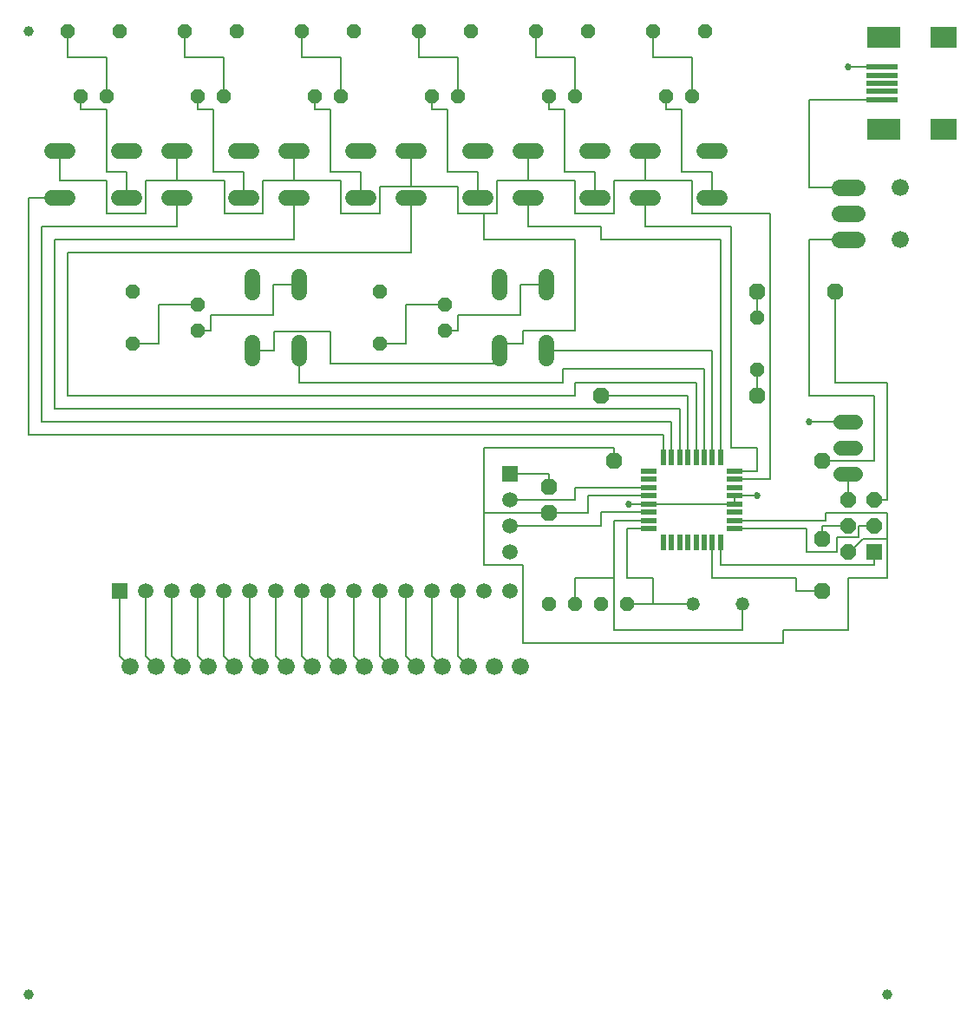
<source format=gtl>
G04 EAGLE Gerber RS-274X export*
G75*
%MOMM*%
%FSLAX34Y34*%
%LPD*%
%INTop Copper*%
%IPPOS*%
%AMOC8*
5,1,8,0,0,1.08239X$1,22.5*%
G01*
%ADD10C,1.676400*%
%ADD11R,1.508000X1.508000*%
%ADD12C,1.508000*%
%ADD13R,1.600000X0.550000*%
%ADD14R,0.550000X1.600000*%
%ADD15P,1.649562X8X112.500000*%
%ADD16R,1.524000X1.524000*%
%ADD17P,1.429621X8X202.500000*%
%ADD18P,1.429621X8X22.500000*%
%ADD19P,1.429621X8X292.500000*%
%ADD20R,2.500000X2.000000*%
%ADD21R,3.300000X2.000000*%
%ADD22R,3.100000X0.500000*%
%ADD23P,1.732040X8X292.500000*%
%ADD24C,1.320800*%
%ADD25P,1.732040X8X22.500000*%
%ADD26C,1.422400*%
%ADD27P,1.732040X8X202.500000*%
%ADD28C,1.650000*%
%ADD29P,1.429621X8X112.500000*%
%ADD30C,1.524000*%
%ADD31C,1.000000*%
%ADD32C,0.203200*%
%ADD33C,0.685800*%


D10*
X124500Y345500D03*
X149900Y345500D03*
X175300Y345500D03*
X200700Y345500D03*
X226100Y345500D03*
X251500Y345500D03*
X276900Y345500D03*
X302300Y345500D03*
X327700Y345500D03*
X353100Y345500D03*
X378500Y345500D03*
X403900Y345500D03*
X429300Y345500D03*
X454700Y345500D03*
X480100Y345500D03*
X505500Y345500D03*
D11*
X114300Y419100D03*
D12*
X139700Y419100D03*
X165100Y419100D03*
X190500Y419100D03*
X215900Y419100D03*
X241300Y419100D03*
X266700Y419100D03*
X292100Y419100D03*
X317500Y419100D03*
X342900Y419100D03*
X368300Y419100D03*
X393700Y419100D03*
X419100Y419100D03*
X444500Y419100D03*
X469900Y419100D03*
X495300Y419100D03*
D11*
X495300Y533400D03*
D12*
X495300Y508000D03*
X495300Y482600D03*
X495300Y457200D03*
D13*
X631300Y536000D03*
X631300Y528000D03*
X631300Y520000D03*
X631300Y512000D03*
X631300Y504000D03*
X631300Y496000D03*
X631300Y488000D03*
X631300Y480000D03*
D14*
X645100Y466200D03*
X653100Y466200D03*
X661100Y466200D03*
X669100Y466200D03*
X677100Y466200D03*
X685100Y466200D03*
X693100Y466200D03*
X701100Y466200D03*
D13*
X714900Y480000D03*
X714900Y488000D03*
X714900Y496000D03*
X714900Y504000D03*
X714900Y512000D03*
X714900Y520000D03*
X714900Y528000D03*
X714900Y536000D03*
D14*
X701100Y549800D03*
X693100Y549800D03*
X685100Y549800D03*
X677100Y549800D03*
X669100Y549800D03*
X661100Y549800D03*
X653100Y549800D03*
X645100Y549800D03*
D15*
X825500Y457200D03*
X825500Y482600D03*
X825500Y508000D03*
D16*
X850900Y457200D03*
D15*
X850900Y482600D03*
X850900Y508000D03*
D17*
X457200Y965200D03*
X406400Y965200D03*
D18*
X63500Y965200D03*
X114300Y965200D03*
D19*
X368300Y711200D03*
X368300Y660400D03*
X127000Y711200D03*
X127000Y660400D03*
D17*
X228600Y965200D03*
X177800Y965200D03*
X571500Y965200D03*
X520700Y965200D03*
D18*
X292100Y965200D03*
X342900Y965200D03*
D17*
X685800Y965200D03*
X635000Y965200D03*
D20*
X919000Y958900D03*
X919000Y869900D03*
D21*
X860000Y958900D03*
X860000Y869900D03*
D22*
X859000Y898400D03*
X859000Y906400D03*
X859000Y914400D03*
X859000Y922400D03*
X859000Y930400D03*
D23*
X533400Y520700D03*
X533400Y495300D03*
D17*
X609600Y406400D03*
X584200Y406400D03*
X558800Y406400D03*
X533400Y406400D03*
D24*
X722630Y406400D03*
X674370Y406400D03*
D25*
X584200Y609600D03*
X736600Y609600D03*
D26*
X818388Y584200D02*
X832612Y584200D01*
X832612Y558800D02*
X818388Y558800D01*
X818388Y533400D02*
X832612Y533400D01*
D27*
X812800Y711200D03*
X736600Y711200D03*
X800100Y546100D03*
X596900Y546100D03*
D28*
X817250Y812800D02*
X833750Y812800D01*
X833750Y787400D02*
X817250Y787400D01*
X817250Y762000D02*
X833750Y762000D01*
D10*
X876300Y812800D03*
X876300Y762000D03*
D23*
X800100Y469900D03*
X800100Y419100D03*
D29*
X736600Y635000D03*
X736600Y685800D03*
D30*
X64008Y848106D02*
X48768Y848106D01*
X48768Y802894D02*
X64008Y802894D01*
X113792Y848106D02*
X129032Y848106D01*
X129032Y802894D02*
X113792Y802894D01*
X163068Y848106D02*
X178308Y848106D01*
X178308Y802894D02*
X163068Y802894D01*
X228092Y848106D02*
X243332Y848106D01*
X243332Y802894D02*
X228092Y802894D01*
X277368Y848106D02*
X292608Y848106D01*
X292608Y802894D02*
X277368Y802894D01*
X342392Y848106D02*
X357632Y848106D01*
X357632Y802894D02*
X342392Y802894D01*
X620268Y848106D02*
X635508Y848106D01*
X635508Y802894D02*
X620268Y802894D01*
X685292Y848106D02*
X700532Y848106D01*
X700532Y802894D02*
X685292Y802894D01*
X521208Y848106D02*
X505968Y848106D01*
X505968Y802894D02*
X521208Y802894D01*
X570992Y848106D02*
X586232Y848106D01*
X586232Y802894D02*
X570992Y802894D01*
X244094Y660908D02*
X244094Y645668D01*
X289306Y645668D02*
X289306Y660908D01*
X244094Y710692D02*
X244094Y725932D01*
X289306Y725932D02*
X289306Y710692D01*
X391668Y848106D02*
X406908Y848106D01*
X406908Y802894D02*
X391668Y802894D01*
X456692Y848106D02*
X471932Y848106D01*
X471932Y802894D02*
X456692Y802894D01*
X485394Y660908D02*
X485394Y645668D01*
X530606Y645668D02*
X530606Y660908D01*
X485394Y710692D02*
X485394Y725932D01*
X530606Y725932D02*
X530606Y710692D01*
D18*
X76200Y901700D03*
X101600Y901700D03*
X190500Y901700D03*
X215900Y901700D03*
X304800Y901700D03*
X330200Y901700D03*
X647700Y901700D03*
X673100Y901700D03*
X533400Y901700D03*
X558800Y901700D03*
D29*
X431800Y673100D03*
X431800Y698500D03*
X190500Y673100D03*
X190500Y698500D03*
D18*
X419100Y901700D03*
X444500Y901700D03*
D31*
X25400Y25400D03*
X863600Y25400D03*
X25400Y965200D03*
D32*
X714900Y512000D02*
X736600Y512000D01*
X714900Y512000D02*
X714900Y504000D01*
X631300Y504000D01*
D33*
X736600Y512000D03*
D32*
X631300Y504000D02*
X611123Y504000D01*
D33*
X611123Y504000D03*
D32*
X203200Y673100D02*
X203200Y688086D01*
X203200Y673100D02*
X190500Y673100D01*
X203200Y688086D02*
X263906Y688086D01*
X263906Y718312D02*
X289306Y718312D01*
X263906Y718312D02*
X263906Y688086D01*
X393700Y698500D02*
X431800Y698500D01*
X393700Y698500D02*
X393700Y660400D01*
X368300Y660400D01*
X419100Y889000D02*
X419100Y901700D01*
X419100Y889000D02*
X434086Y889000D01*
X434086Y828294D01*
X464312Y828294D02*
X464312Y802894D01*
X464312Y828294D02*
X434086Y828294D01*
X578612Y828294D02*
X578612Y802894D01*
X578612Y828294D02*
X548386Y828294D01*
X548386Y889000D02*
X533400Y889000D01*
X533400Y901700D01*
X548386Y889000D02*
X548386Y828294D01*
X266700Y419100D02*
X266700Y355700D01*
X276900Y345500D01*
X292100Y355700D02*
X292100Y419100D01*
X292100Y355700D02*
X302300Y345500D01*
X317500Y355700D02*
X327700Y345500D01*
X317500Y355700D02*
X317500Y419100D01*
X342900Y419100D02*
X342900Y355700D01*
X353100Y345500D01*
X368300Y355700D02*
X368300Y419100D01*
X368300Y355700D02*
X378500Y345500D01*
X393700Y355700D02*
X393700Y419100D01*
X393700Y355700D02*
X403900Y345500D01*
X419100Y355700D02*
X429300Y345500D01*
X419100Y355700D02*
X419100Y419100D01*
X444500Y419100D02*
X444500Y355700D01*
X454700Y345500D01*
X190500Y355700D02*
X190500Y419100D01*
X190500Y355700D02*
X200700Y345500D01*
X215900Y355700D02*
X215900Y419100D01*
X215900Y355700D02*
X226100Y345500D01*
X241300Y355700D02*
X241300Y419100D01*
X241300Y355700D02*
X251500Y345500D01*
X701100Y549800D02*
X701100Y762000D01*
X513588Y774700D02*
X513588Y802894D01*
X513588Y774700D02*
X584200Y774700D01*
X584200Y762000D01*
X701100Y762000D01*
X714900Y536000D02*
X736600Y536000D01*
X736600Y558800D01*
X711200Y558800D01*
X627888Y774700D02*
X627888Y802894D01*
X627888Y774700D02*
X711200Y774700D01*
X711200Y558800D01*
X693100Y549800D02*
X693100Y653288D01*
X530606Y653288D01*
X653100Y584200D02*
X653100Y549800D01*
X170688Y774700D02*
X170688Y802894D01*
X170688Y774700D02*
X38100Y774700D01*
X38100Y584200D01*
X653100Y584200D01*
X661100Y596200D02*
X661100Y549800D01*
X661100Y596200D02*
X660400Y596900D01*
X284988Y762000D02*
X50800Y762000D01*
X50800Y596900D01*
X660400Y596900D01*
X284988Y762000D02*
X284988Y802894D01*
X714900Y528000D02*
X749300Y528000D01*
X749300Y787400D01*
X368300Y787400D02*
X330200Y787400D01*
X469900Y787400D02*
X482600Y787400D01*
X469900Y787400D02*
X444500Y787400D01*
X558800Y787400D02*
X596900Y787400D01*
X673100Y787400D02*
X749300Y787400D01*
X254000Y787400D02*
X217297Y787400D01*
X284988Y819150D02*
X284988Y848106D01*
X56388Y848106D02*
X56388Y819150D01*
X101600Y787400D02*
X139700Y787400D01*
X170688Y819150D02*
X170688Y848106D01*
X170688Y819150D02*
X217297Y819150D01*
X217297Y787400D01*
X139700Y787400D02*
X139700Y819150D01*
X170688Y819150D01*
X513588Y819150D02*
X513588Y848106D01*
X558800Y819150D02*
X558800Y787400D01*
X558800Y819150D02*
X513588Y819150D01*
X482600Y819150D02*
X482600Y787400D01*
X482600Y819150D02*
X513588Y819150D01*
X254000Y819150D02*
X254000Y787400D01*
X254000Y819150D02*
X284988Y819150D01*
X330200Y819150D02*
X330200Y787400D01*
X330200Y819150D02*
X284988Y819150D01*
X627888Y819150D02*
X627888Y848106D01*
X596900Y819150D02*
X596900Y787400D01*
X596900Y819150D02*
X627888Y819150D01*
X673100Y819150D02*
X673100Y787400D01*
X673100Y819150D02*
X627888Y819150D01*
X265430Y653288D02*
X244094Y653288D01*
X265430Y653288D02*
X265430Y672592D01*
X320040Y640588D02*
X485394Y640588D01*
X485394Y653288D01*
X320040Y672592D02*
X265430Y672592D01*
X320040Y672592D02*
X320040Y640588D01*
X485394Y653288D02*
X485394Y660400D01*
X508000Y660400D01*
X508000Y673100D01*
X558800Y673100D01*
X558800Y762000D02*
X469900Y762000D01*
X469900Y787400D01*
X558800Y762000D02*
X558800Y673100D01*
X101600Y787400D02*
X101600Y819150D01*
X56388Y819150D01*
X444500Y813562D02*
X444500Y787400D01*
X444500Y813562D02*
X399288Y813562D01*
X368300Y813562D02*
X368300Y787400D01*
X399288Y813562D02*
X399288Y848106D01*
X399288Y813562D02*
X368300Y813562D01*
X850900Y508000D02*
X863600Y508000D01*
X863600Y622300D01*
X812800Y622300D01*
X812800Y711200D01*
X685100Y635762D02*
X685100Y549800D01*
X289306Y622300D02*
X289306Y653288D01*
X546862Y635762D02*
X685100Y635762D01*
X546862Y635762D02*
X546862Y622300D01*
X289306Y622300D01*
X814832Y471932D02*
X814832Y457200D01*
X836168Y471932D02*
X836168Y482600D01*
X836168Y471932D02*
X814832Y471932D01*
X836168Y482600D02*
X850900Y482600D01*
X814832Y457200D02*
X784800Y457200D01*
X784800Y480000D02*
X714900Y480000D01*
X784800Y480000D02*
X784800Y457200D01*
X693100Y466200D02*
X693100Y431800D01*
X774700Y431800D01*
X774700Y419100D01*
X800100Y419100D01*
X850900Y444500D02*
X850900Y457200D01*
X701100Y466200D02*
X701100Y444500D01*
X850900Y444500D01*
X584200Y482600D02*
X495300Y482600D01*
X584200Y482600D02*
X584200Y496000D01*
X631300Y496000D01*
X677100Y549800D02*
X677100Y622300D01*
X399288Y749300D02*
X399288Y802894D01*
X399288Y749300D02*
X63500Y749300D01*
X63500Y609600D01*
X558800Y622300D02*
X677100Y622300D01*
X558800Y622300D02*
X558800Y609600D01*
X63500Y609600D01*
X609600Y480000D02*
X631300Y480000D01*
X609600Y480000D02*
X609600Y431800D01*
X635000Y431800D01*
X635000Y406400D01*
X609600Y406400D01*
X635000Y406400D02*
X674370Y406400D01*
X631300Y488000D02*
X596900Y488000D01*
X596900Y431800D01*
X558800Y431800D02*
X558800Y406400D01*
X722630Y406400D02*
X722630Y381000D01*
X596900Y381000D01*
X596900Y431800D01*
X558800Y431800D01*
X584200Y609600D02*
X669100Y609600D01*
X669100Y549800D01*
X825500Y533400D02*
X825500Y508000D01*
X825500Y482600D02*
X800100Y482600D01*
X800100Y469900D01*
X736600Y609600D02*
X736600Y635000D01*
X76200Y889000D02*
X76200Y901700D01*
X76200Y889000D02*
X101600Y889000D01*
X101600Y828294D01*
X121412Y828294D02*
X121412Y802894D01*
X121412Y828294D02*
X101600Y828294D01*
X692912Y828294D02*
X692912Y802894D01*
X692912Y828294D02*
X662686Y828294D01*
X662686Y889000D02*
X647700Y889000D01*
X647700Y901700D01*
X662686Y889000D02*
X662686Y828294D01*
X571500Y495300D02*
X533400Y495300D01*
X571500Y495300D02*
X571500Y512000D01*
X631300Y512000D01*
X508000Y444500D02*
X469900Y444500D01*
X508000Y444500D02*
X508000Y368300D01*
X469900Y444500D02*
X469900Y495300D01*
X533400Y495300D01*
X863600Y469900D02*
X863600Y431800D01*
X825500Y431800D01*
X825500Y381000D01*
X762000Y381000D01*
X762000Y368300D01*
X508000Y368300D01*
X863600Y469900D02*
X863600Y495300D01*
X863600Y469900D02*
X839883Y469900D01*
X827183Y457200D01*
X825500Y457200D01*
X596900Y546100D02*
X596900Y558800D01*
X469900Y558800D01*
X469900Y495300D01*
X803800Y495300D02*
X803800Y488000D01*
X714900Y488000D01*
X803800Y495300D02*
X863600Y495300D01*
D33*
X787400Y584200D03*
D32*
X825500Y930400D02*
X859000Y930400D01*
X825500Y584200D02*
X787400Y584200D01*
D33*
X825500Y930400D03*
D32*
X825500Y812800D02*
X787400Y812800D01*
X787400Y898400D01*
X859000Y898400D01*
X825500Y762000D02*
X787400Y762000D01*
X787400Y609600D01*
X850900Y609600D01*
X850900Y546100D01*
X800100Y546100D01*
X114300Y419100D02*
X114300Y355700D01*
X124500Y345500D01*
X139700Y355700D02*
X139700Y419100D01*
X139700Y355700D02*
X149900Y345500D01*
X165100Y355700D02*
X165100Y419100D01*
X165100Y355700D02*
X175300Y345500D01*
X495300Y508000D02*
X558800Y508000D01*
X558800Y520000D01*
X631300Y520000D01*
X533400Y533400D02*
X495300Y533400D01*
X533400Y533400D02*
X533400Y520700D01*
X736600Y685800D02*
X736600Y711200D01*
X101600Y939800D02*
X63500Y939800D01*
X63500Y965200D01*
X101600Y939800D02*
X101600Y901700D01*
X645100Y571500D02*
X645100Y549800D01*
X645100Y571500D02*
X25400Y571500D01*
X25400Y802894D01*
X56388Y802894D01*
X177800Y939800D02*
X215900Y939800D01*
X177800Y939800D02*
X177800Y965200D01*
X215900Y939800D02*
X215900Y901700D01*
X292100Y939800D02*
X330200Y939800D01*
X292100Y939800D02*
X292100Y965200D01*
X330200Y939800D02*
X330200Y901700D01*
X635000Y939800D02*
X673100Y939800D01*
X635000Y939800D02*
X635000Y965200D01*
X673100Y939800D02*
X673100Y901700D01*
X558800Y939800D02*
X520700Y939800D01*
X520700Y965200D01*
X558800Y939800D02*
X558800Y901700D01*
X444500Y673100D02*
X431800Y673100D01*
X444500Y673100D02*
X444500Y688086D01*
X505206Y688086D01*
X505206Y718312D02*
X530606Y718312D01*
X505206Y718312D02*
X505206Y688086D01*
X190500Y698500D02*
X152400Y698500D01*
X152400Y660400D01*
X127000Y660400D01*
X406400Y939800D02*
X444500Y939800D01*
X406400Y939800D02*
X406400Y965200D01*
X444500Y939800D02*
X444500Y901700D01*
X205486Y889000D02*
X190500Y889000D01*
X190500Y901700D01*
X205486Y889000D02*
X205486Y828294D01*
X235712Y828294D02*
X235712Y802894D01*
X235712Y828294D02*
X205486Y828294D01*
X304800Y889000D02*
X319786Y889000D01*
X304800Y889000D02*
X304800Y901700D01*
X319786Y889000D02*
X319786Y828294D01*
X350012Y828294D02*
X350012Y802894D01*
X350012Y828294D02*
X319786Y828294D01*
M02*

</source>
